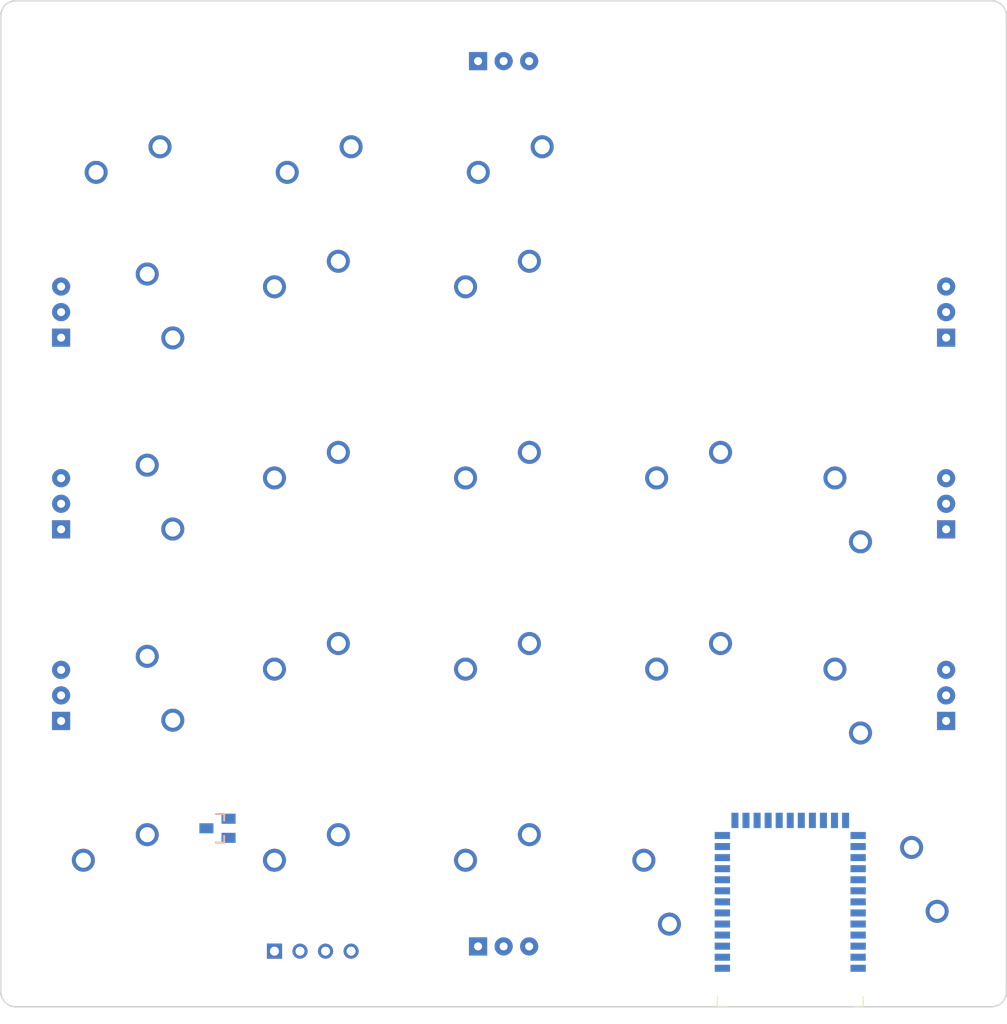
<source format=kicad_pcb>
(kicad_pcb (version 20171130) (host pcbnew 5.1.6)
  (title_block (title ortho-tb-board) (rev v1.0.0) (company Unknown))
  (layers (0 F.Cu signal) (31 B.Cu signal) (34 B.Paste user) (35 F.Paste user) (36 B.SilkS user) (37 F.SilkS user) (38 B.Mask user) (39 F.Mask user) (44 Edge.Cuts user))
  (net 0 "")
  (net 1 "GND")
  (net 2 "m_c1_r1")
  (net 3 "m_c1_r2")
  (net 4 "m_c1_r3")
  (net 5 "m_c1_r4")
  (net 6 "m_c1_r5")
  (net 7 "m_c2_r1")
  (net 8 "m_c2_r2")
  (net 9 "m_c2_r3")
  (net 10 "m_c2_r4")
  (net 11 "m_c2_r5")
  (net 12 "m_c3_r1")
  (net 13 "m_c3_r2")
  (net 14 "m_c3_r3")
  (net 15 "m_c3_r4")
  (net 16 "m_c3_r5")
  (net 17 "m_c4_r1")
  (net 18 "m_c4_r2")
  (net 19 "m_c4_r3")
  (net 20 "m_c5_r1")
  (net 21 "m_c5_r2")
  (net 22 "m_c5_r3")
  (net 23 "DMIN")
  (net 24 "DPLUS")
  (net 25 "P006")
  (net 26 "P008")
  (net 27 "ECA")
  (net 28 "m_c5_r5")
  (net 29 "P011")
  (net 30 "P013")
  (net 31 "P014")
  (net 32 "P015")
  (net 33 "P016")
  (net 34 "P017")
  (net 35 "P020")
  (net 36 "m_c4_r4")
  (net 37 "P024")
  (net 38 "P025")
  (net 39 "P026")
  (net 40 "P027")
  (net 41 "m_c4_r5")
  (net 42 "m_c5_r4")
  (net 43 "P105")
  (net 44 "ECC")
  (net 45 "P107")
  (net 46 "P108")
  (net 47 "XTRA")
  (net 48 "P112")
  (net 49 "P114")
  (net 50 "SWDCLK")
  (net 51 "SWDIO")
  (net 52 "VBUS")
  (net 53 "VCC")
  (net 54 "GND_P")
  (module MX (layer F.Cu) (at 12.025 -12.025 0)
    (fp_text reference "S1" hide)
    (fp_text value "" hide)
    (pad "" np_thru_hole circle (at 0 0) (size 3.9878 3.9878) (drill 3.9878) (layers *.Cu *.Mask))
    (pad "" np_thru_hole circle (at 5.08 0) (size 1.7018 1.7018) (drill 1.7018) (layers *.Cu *.Mask))
    (pad "" np_thru_hole circle (at -5.08 0) (size 1.7018 1.7018) (drill 1.7018) (layers *.Cu *.Mask))
    (pad 1 thru_hole circle (at 2.54 -5.08) (size 2.286 2.286) (drill 1.4986) (layers *.Cu *.Mask) (net 1 "GND"))
    (pad 2 thru_hole circle (at -3.81 -2.54) (size 2.286 2.286) (drill 1.4986) (layers *.Cu *.Mask) (net 2 "m_c1_r1"))
  )
  (module MX (layer F.Cu) (at 12.025 -31.025 -90)
    (fp_text reference "S2" hide)
    (fp_text value "" hide)
    (pad "" np_thru_hole circle (at 0 0) (size 3.9878 3.9878) (drill 3.9878) (layers *.Cu *.Mask))
    (pad "" np_thru_hole circle (at 5.08 0) (size 1.7018 1.7018) (drill 1.7018) (layers *.Cu *.Mask))
    (pad "" np_thru_hole circle (at -5.08 0) (size 1.7018 1.7018) (drill 1.7018) (layers *.Cu *.Mask))
    (pad 1 thru_hole circle (at 2.54 -5.08) (size 2.286 2.286) (drill 1.4986) (layers *.Cu *.Mask) (net 1 "GND"))
    (pad 2 thru_hole circle (at -3.81 -2.54) (size 2.286 2.286) (drill 1.4986) (layers *.Cu *.Mask) (net 3 "m_c1_r2"))
  )
  (module MX (layer F.Cu) (at 12.025 -50.025 -90)
    (fp_text reference "S3" hide)
    (fp_text value "" hide)
    (pad "" np_thru_hole circle (at 0 0) (size 3.9878 3.9878) (drill 3.9878) (layers *.Cu *.Mask))
    (pad "" np_thru_hole circle (at 5.08 0) (size 1.7018 1.7018) (drill 1.7018) (layers *.Cu *.Mask))
    (pad "" np_thru_hole circle (at -5.08 0) (size 1.7018 1.7018) (drill 1.7018) (layers *.Cu *.Mask))
    (pad 1 thru_hole circle (at 2.54 -5.08) (size 2.286 2.286) (drill 1.4986) (layers *.Cu *.Mask) (net 1 "GND"))
    (pad 2 thru_hole circle (at -3.81 -2.54) (size 2.286 2.286) (drill 1.4986) (layers *.Cu *.Mask) (net 4 "m_c1_r3"))
  )
  (module MX (layer F.Cu) (at 12.025 -69.025 -90)
    (fp_text reference "S4" hide)
    (fp_text value "" hide)
    (pad "" np_thru_hole circle (at 0 0) (size 3.9878 3.9878) (drill 3.9878) (layers *.Cu *.Mask))
    (pad "" np_thru_hole circle (at 5.08 0) (size 1.7018 1.7018) (drill 1.7018) (layers *.Cu *.Mask))
    (pad "" np_thru_hole circle (at -5.08 0) (size 1.7018 1.7018) (drill 1.7018) (layers *.Cu *.Mask))
    (pad 1 thru_hole circle (at 2.54 -5.08) (size 2.286 2.286) (drill 1.4986) (layers *.Cu *.Mask) (net 1 "GND"))
    (pad 2 thru_hole circle (at -3.81 -2.54) (size 2.286 2.286) (drill 1.4986) (layers *.Cu *.Mask) (net 5 "m_c1_r4"))
  )
  (module MX (layer F.Cu) (at 12.025 -88.025 180)
    (fp_text reference "S5" hide)
    (fp_text value "" hide)
    (pad "" np_thru_hole circle (at 0 0) (size 3.9878 3.9878) (drill 3.9878) (layers *.Cu *.Mask))
    (pad "" np_thru_hole circle (at 5.08 0) (size 1.7018 1.7018) (drill 1.7018) (layers *.Cu *.Mask))
    (pad "" np_thru_hole circle (at -5.08 0) (size 1.7018 1.7018) (drill 1.7018) (layers *.Cu *.Mask))
    (pad 1 thru_hole circle (at 2.54 -5.08) (size 2.286 2.286) (drill 1.4986) (layers *.Cu *.Mask) (net 1 "GND"))
    (pad 2 thru_hole circle (at -3.81 -2.54) (size 2.286 2.286) (drill 1.4986) (layers *.Cu *.Mask) (net 6 "m_c1_r5"))
  )
  (module MX (layer F.Cu) (at 31.025 -12.025 0)
    (fp_text reference "S6" hide)
    (fp_text value "" hide)
    (pad "" np_thru_hole circle (at 0 0) (size 3.9878 3.9878) (drill 3.9878) (layers *.Cu *.Mask))
    (pad "" np_thru_hole circle (at 5.08 0) (size 1.7018 1.7018) (drill 1.7018) (layers *.Cu *.Mask))
    (pad "" np_thru_hole circle (at -5.08 0) (size 1.7018 1.7018) (drill 1.7018) (layers *.Cu *.Mask))
    (pad 1 thru_hole circle (at 2.54 -5.08) (size 2.286 2.286) (drill 1.4986) (layers *.Cu *.Mask) (net 1 "GND"))
    (pad 2 thru_hole circle (at -3.81 -2.54) (size 2.286 2.286) (drill 1.4986) (layers *.Cu *.Mask) (net 7 "m_c2_r1"))
  )
  (module MX (layer F.Cu) (at 31.025 -31.025 0)
    (fp_text reference "S7" hide)
    (fp_text value "" hide)
    (pad "" np_thru_hole circle (at 0 0) (size 3.9878 3.9878) (drill 3.9878) (layers *.Cu *.Mask))
    (pad "" np_thru_hole circle (at 5.08 0) (size 1.7018 1.7018) (drill 1.7018) (layers *.Cu *.Mask))
    (pad "" np_thru_hole circle (at -5.08 0) (size 1.7018 1.7018) (drill 1.7018) (layers *.Cu *.Mask))
    (pad 1 thru_hole circle (at 2.54 -5.08) (size 2.286 2.286) (drill 1.4986) (layers *.Cu *.Mask) (net 1 "GND"))
    (pad 2 thru_hole circle (at -3.81 -2.54) (size 2.286 2.286) (drill 1.4986) (layers *.Cu *.Mask) (net 8 "m_c2_r2"))
  )
  (module MX (layer F.Cu) (at 31.025 -50.025 0)
    (fp_text reference "S8" hide)
    (fp_text value "" hide)
    (pad "" np_thru_hole circle (at 0 0) (size 3.9878 3.9878) (drill 3.9878) (layers *.Cu *.Mask))
    (pad "" np_thru_hole circle (at 5.08 0) (size 1.7018 1.7018) (drill 1.7018) (layers *.Cu *.Mask))
    (pad "" np_thru_hole circle (at -5.08 0) (size 1.7018 1.7018) (drill 1.7018) (layers *.Cu *.Mask))
    (pad 1 thru_hole circle (at 2.54 -5.08) (size 2.286 2.286) (drill 1.4986) (layers *.Cu *.Mask) (net 1 "GND"))
    (pad 2 thru_hole circle (at -3.81 -2.54) (size 2.286 2.286) (drill 1.4986) (layers *.Cu *.Mask) (net 9 "m_c2_r3"))
  )
  (module MX (layer F.Cu) (at 31.025 -69.025 0)
    (fp_text reference "S9" hide)
    (fp_text value "" hide)
    (pad "" np_thru_hole circle (at 0 0) (size 3.9878 3.9878) (drill 3.9878) (layers *.Cu *.Mask))
    (pad "" np_thru_hole circle (at 5.08 0) (size 1.7018 1.7018) (drill 1.7018) (layers *.Cu *.Mask))
    (pad "" np_thru_hole circle (at -5.08 0) (size 1.7018 1.7018) (drill 1.7018) (layers *.Cu *.Mask))
    (pad 1 thru_hole circle (at 2.54 -5.08) (size 2.286 2.286) (drill 1.4986) (layers *.Cu *.Mask) (net 1 "GND"))
    (pad 2 thru_hole circle (at -3.81 -2.54) (size 2.286 2.286) (drill 1.4986) (layers *.Cu *.Mask) (net 10 "m_c2_r4"))
  )
  (module MX (layer F.Cu) (at 31.025 -88.025 180)
    (fp_text reference "S10" hide)
    (fp_text value "" hide)
    (pad "" np_thru_hole circle (at 0 0) (size 3.9878 3.9878) (drill 3.9878) (layers *.Cu *.Mask))
    (pad "" np_thru_hole circle (at 5.08 0) (size 1.7018 1.7018) (drill 1.7018) (layers *.Cu *.Mask))
    (pad "" np_thru_hole circle (at -5.08 0) (size 1.7018 1.7018) (drill 1.7018) (layers *.Cu *.Mask))
    (pad 1 thru_hole circle (at 2.54 -5.08) (size 2.286 2.286) (drill 1.4986) (layers *.Cu *.Mask) (net 1 "GND"))
    (pad 2 thru_hole circle (at -3.81 -2.54) (size 2.286 2.286) (drill 1.4986) (layers *.Cu *.Mask) (net 11 "m_c2_r5"))
  )
  (module MX (layer F.Cu) (at 50.025 -12.025 0)
    (fp_text reference "S11" hide)
    (fp_text value "" hide)
    (pad "" np_thru_hole circle (at 0 0) (size 3.9878 3.9878) (drill 3.9878) (layers *.Cu *.Mask))
    (pad "" np_thru_hole circle (at 5.08 0) (size 1.7018 1.7018) (drill 1.7018) (layers *.Cu *.Mask))
    (pad "" np_thru_hole circle (at -5.08 0) (size 1.7018 1.7018) (drill 1.7018) (layers *.Cu *.Mask))
    (pad 1 thru_hole circle (at 2.54 -5.08) (size 2.286 2.286) (drill 1.4986) (layers *.Cu *.Mask) (net 1 "GND"))
    (pad 2 thru_hole circle (at -3.81 -2.54) (size 2.286 2.286) (drill 1.4986) (layers *.Cu *.Mask) (net 12 "m_c3_r1"))
  )
  (module MX (layer F.Cu) (at 50.025 -31.025 0)
    (fp_text reference "S12" hide)
    (fp_text value "" hide)
    (pad "" np_thru_hole circle (at 0 0) (size 3.9878 3.9878) (drill 3.9878) (layers *.Cu *.Mask))
    (pad "" np_thru_hole circle (at 5.08 0) (size 1.7018 1.7018) (drill 1.7018) (layers *.Cu *.Mask))
    (pad "" np_thru_hole circle (at -5.08 0) (size 1.7018 1.7018) (drill 1.7018) (layers *.Cu *.Mask))
    (pad 1 thru_hole circle (at 2.54 -5.08) (size 2.286 2.286) (drill 1.4986) (layers *.Cu *.Mask) (net 1 "GND"))
    (pad 2 thru_hole circle (at -3.81 -2.54) (size 2.286 2.286) (drill 1.4986) (layers *.Cu *.Mask) (net 13 "m_c3_r2"))
  )
  (module MX (layer F.Cu) (at 50.025 -50.025 0)
    (fp_text reference "S13" hide)
    (fp_text value "" hide)
    (pad "" np_thru_hole circle (at 0 0) (size 3.9878 3.9878) (drill 3.9878) (layers *.Cu *.Mask))
    (pad "" np_thru_hole circle (at 5.08 0) (size 1.7018 1.7018) (drill 1.7018) (layers *.Cu *.Mask))
    (pad "" np_thru_hole circle (at -5.08 0) (size 1.7018 1.7018) (drill 1.7018) (layers *.Cu *.Mask))
    (pad 1 thru_hole circle (at 2.54 -5.08) (size 2.286 2.286) (drill 1.4986) (layers *.Cu *.Mask) (net 1 "GND"))
    (pad 2 thru_hole circle (at -3.81 -2.54) (size 2.286 2.286) (drill 1.4986) (layers *.Cu *.Mask) (net 14 "m_c3_r3"))
  )
  (module MX (layer F.Cu) (at 50.025 -69.025 0)
    (fp_text reference "S14" hide)
    (fp_text value "" hide)
    (pad "" np_thru_hole circle (at 0 0) (size 3.9878 3.9878) (drill 3.9878) (layers *.Cu *.Mask))
    (pad "" np_thru_hole circle (at 5.08 0) (size 1.7018 1.7018) (drill 1.7018) (layers *.Cu *.Mask))
    (pad "" np_thru_hole circle (at -5.08 0) (size 1.7018 1.7018) (drill 1.7018) (layers *.Cu *.Mask))
    (pad 1 thru_hole circle (at 2.54 -5.08) (size 2.286 2.286) (drill 1.4986) (layers *.Cu *.Mask) (net 1 "GND"))
    (pad 2 thru_hole circle (at -3.81 -2.54) (size 2.286 2.286) (drill 1.4986) (layers *.Cu *.Mask) (net 15 "m_c3_r4"))
  )
  (module MX (layer F.Cu) (at 50.025 -88.025 180)
    (fp_text reference "S15" hide)
    (fp_text value "" hide)
    (pad "" np_thru_hole circle (at 0 0) (size 3.9878 3.9878) (drill 3.9878) (layers *.Cu *.Mask))
    (pad "" np_thru_hole circle (at 5.08 0) (size 1.7018 1.7018) (drill 1.7018) (layers *.Cu *.Mask))
    (pad "" np_thru_hole circle (at -5.08 0) (size 1.7018 1.7018) (drill 1.7018) (layers *.Cu *.Mask))
    (pad 1 thru_hole circle (at 2.54 -5.08) (size 2.286 2.286) (drill 1.4986) (layers *.Cu *.Mask) (net 1 "GND"))
    (pad 2 thru_hole circle (at -3.81 -2.54) (size 2.286 2.286) (drill 1.4986) (layers *.Cu *.Mask) (net 16 "m_c3_r5"))
  )
  (module MX (layer F.Cu) (at 69.025 -12.025 90)
    (fp_text reference "S16" hide)
    (fp_text value "" hide)
    (pad "" np_thru_hole circle (at 0 0) (size 3.9878 3.9878) (drill 3.9878) (layers *.Cu *.Mask))
    (pad "" np_thru_hole circle (at 5.08 0) (size 1.7018 1.7018) (drill 1.7018) (layers *.Cu *.Mask))
    (pad "" np_thru_hole circle (at -5.08 0) (size 1.7018 1.7018) (drill 1.7018) (layers *.Cu *.Mask))
    (pad 1 thru_hole circle (at 2.54 -5.08) (size 2.286 2.286) (drill 1.4986) (layers *.Cu *.Mask) (net 1 "GND"))
    (pad 2 thru_hole circle (at -3.81 -2.54) (size 2.286 2.286) (drill 1.4986) (layers *.Cu *.Mask) (net 17 "m_c4_r1"))
  )
  (module MX (layer F.Cu) (at 69.025 -31.025 0)
    (fp_text reference "S17" hide)
    (fp_text value "" hide)
    (pad "" np_thru_hole circle (at 0 0) (size 3.9878 3.9878) (drill 3.9878) (layers *.Cu *.Mask))
    (pad "" np_thru_hole circle (at 5.08 0) (size 1.7018 1.7018) (drill 1.7018) (layers *.Cu *.Mask))
    (pad "" np_thru_hole circle (at -5.08 0) (size 1.7018 1.7018) (drill 1.7018) (layers *.Cu *.Mask))
    (pad 1 thru_hole circle (at 2.54 -5.08) (size 2.286 2.286) (drill 1.4986) (layers *.Cu *.Mask) (net 1 "GND"))
    (pad 2 thru_hole circle (at -3.81 -2.54) (size 2.286 2.286) (drill 1.4986) (layers *.Cu *.Mask) (net 18 "m_c4_r2"))
  )
  (module MX (layer F.Cu) (at 69.025 -50.025 0)
    (fp_text reference "S18" hide)
    (fp_text value "" hide)
    (pad "" np_thru_hole circle (at 0 0) (size 3.9878 3.9878) (drill 3.9878) (layers *.Cu *.Mask))
    (pad "" np_thru_hole circle (at 5.08 0) (size 1.7018 1.7018) (drill 1.7018) (layers *.Cu *.Mask))
    (pad "" np_thru_hole circle (at -5.08 0) (size 1.7018 1.7018) (drill 1.7018) (layers *.Cu *.Mask))
    (pad 1 thru_hole circle (at 2.54 -5.08) (size 2.286 2.286) (drill 1.4986) (layers *.Cu *.Mask) (net 1 "GND"))
    (pad 2 thru_hole circle (at -3.81 -2.54) (size 2.286 2.286) (drill 1.4986) (layers *.Cu *.Mask) (net 19 "m_c4_r3"))
  )
  (module MX (layer F.Cu) (at 88.025 -12.025 -90)
    (fp_text reference "S19" hide)
    (fp_text value "" hide)
    (pad "" np_thru_hole circle (at 0 0) (size 3.9878 3.9878) (drill 3.9878) (layers *.Cu *.Mask))
    (pad "" np_thru_hole circle (at 5.08 0) (size 1.7018 1.7018) (drill 1.7018) (layers *.Cu *.Mask))
    (pad "" np_thru_hole circle (at -5.08 0) (size 1.7018 1.7018) (drill 1.7018) (layers *.Cu *.Mask))
    (pad 1 thru_hole circle (at 2.54 -5.08) (size 2.286 2.286) (drill 1.4986) (layers *.Cu *.Mask) (net 1 "GND"))
    (pad 2 thru_hole circle (at -3.81 -2.54) (size 2.286 2.286) (drill 1.4986) (layers *.Cu *.Mask) (net 20 "m_c5_r1"))
  )
  (module MX (layer F.Cu) (at 88.025 -31.025 90)
    (fp_text reference "S20" hide)
    (fp_text value "" hide)
    (pad "" np_thru_hole circle (at 0 0) (size 3.9878 3.9878) (drill 3.9878) (layers *.Cu *.Mask))
    (pad "" np_thru_hole circle (at 5.08 0) (size 1.7018 1.7018) (drill 1.7018) (layers *.Cu *.Mask))
    (pad "" np_thru_hole circle (at -5.08 0) (size 1.7018 1.7018) (drill 1.7018) (layers *.Cu *.Mask))
    (pad 1 thru_hole circle (at 2.54 -5.08) (size 2.286 2.286) (drill 1.4986) (layers *.Cu *.Mask) (net 1 "GND"))
    (pad 2 thru_hole circle (at -3.81 -2.54) (size 2.286 2.286) (drill 1.4986) (layers *.Cu *.Mask) (net 21 "m_c5_r2"))
  )
  (module MX (layer F.Cu) (at 88.025 -50.025 90)
    (fp_text reference "S21" hide)
    (fp_text value "" hide)
    (pad "" np_thru_hole circle (at 0 0) (size 3.9878 3.9878) (drill 3.9878) (layers *.Cu *.Mask))
    (pad "" np_thru_hole circle (at 5.08 0) (size 1.7018 1.7018) (drill 1.7018) (layers *.Cu *.Mask))
    (pad "" np_thru_hole circle (at -5.08 0) (size 1.7018 1.7018) (drill 1.7018) (layers *.Cu *.Mask))
    (pad 1 thru_hole circle (at 2.54 -5.08) (size 2.286 2.286) (drill 1.4986) (layers *.Cu *.Mask) (net 1 "GND"))
    (pad 2 thru_hole circle (at -3.81 -2.54) (size 2.286 2.286) (drill 1.4986) (layers *.Cu *.Mask) (net 22 "m_c5_r3"))
  )
  (module nRF52840_holyiot_18010 (layer B.Cu) (at 78.5 -9.525 0)
    (fp_text value nRF52840_holyiot_18010)
    (pad 1 smd rect (at -6.75 5.7 0) (size 1.524 0.7) (layers B.Cu B.Paste B.Mask) (net 1 "GND"))
    (pad 2 smd rect (at -6.75 4.6 0) (size 1.524 0.7) (layers B.Cu B.Paste B.Mask) (net 47 "XTRA"))
    (pad 3 smd rect (at -6.75 3.5 0) (size 1.524 0.7) (layers B.Cu B.Paste B.Mask) (net 2 "m_c1_r1"))
    (pad 4 smd rect (at -6.75 2.4 0) (size 1.524 0.7) (layers B.Cu B.Paste B.Mask) (net 7 "m_c2_r1"))
    (pad 5 smd rect (at -6.75 1.3 0) (size 1.524 0.7) (layers B.Cu B.Paste B.Mask) (net 12 "m_c3_r1"))
    (pad 6 smd rect (at -6.75 0.2 0) (size 1.524 0.7) (layers B.Cu B.Paste B.Mask) (net 17 "m_c4_r1"))
    (pad 7 smd rect (at -6.75 -0.9 0) (size 1.524 0.7) (layers B.Cu B.Paste B.Mask) (net 3 "m_c1_r2"))
    (pad 8 smd rect (at -6.75 -2 0) (size 1.524 0.7) (layers B.Cu B.Paste B.Mask) (net 4 "m_c1_r3"))
    (pad 9 smd rect (at -6.75 -3.1 0) (size 1.524 0.7) (layers B.Cu B.Paste B.Mask) (net 5 "m_c1_r4"))
    (pad 10 smd rect (at -6.75 -4.2 0) (size 1.524 0.7) (layers B.Cu B.Paste B.Mask) (net 6 "m_c1_r5"))
    (pad 11 smd rect (at -6.75 -5.3 0) (size 1.524 0.7) (layers B.Cu B.Paste B.Mask) (net 8 "m_c2_r2"))
    (pad 12 smd rect (at -6.75 -6.4 0) (size 1.524 0.7) (layers B.Cu B.Paste B.Mask) (net 9 "m_c2_r3"))
    (pad 13 smd rect (at -6.75 -7.5 0) (size 1.524 0.7) (layers B.Cu B.Paste B.Mask) (net 10 "m_c2_r4"))
    (pad 14 smd rect (at -5.5 -9 90) (size 1.524 0.7) (layers B.Cu B.Paste B.Mask) (net 53 "VCC"))
    (pad 15 smd rect (at -4.4 -9 90) (size 1.524 0.7) (layers B.Cu B.Paste B.Mask) (net 11 "m_c2_r5"))
    (pad 16 smd rect (at -3.3 -9 90) (size 1.524 0.7) (layers B.Cu B.Paste B.Mask) (net 13 "m_c3_r2"))
    (pad 17 smd rect (at -2.2 -9 90) (size 1.524 0.7) (layers B.Cu B.Paste B.Mask) (net 14 "m_c3_r3"))
    (pad 18 smd rect (at -1.1 -9 90) (size 1.524 0.7) (layers B.Cu B.Paste B.Mask) (net 15 "m_c3_r4"))
    (pad 19 smd rect (at 0 -9 90) (size 1.524 0.7) (layers B.Cu B.Paste B.Mask) (net 16 "m_c3_r5"))
    (pad 20 smd rect (at 1.1 -9 90) (size 1.524 0.7) (layers B.Cu B.Paste B.Mask) (net 18 "m_c4_r2"))
    (pad 21 smd rect (at 2.2 -9 90) (size 1.524 0.7) (layers B.Cu B.Paste B.Mask) (net 19 "m_c4_r3"))
    (pad 22 smd rect (at 3.3 -9 90) (size 1.524 0.7) (layers B.Cu B.Paste B.Mask) (net 52 "VBUS"))
    (pad 23 smd rect (at 4.4 -9 90) (size 1.524 0.7) (layers B.Cu B.Paste B.Mask) (net 23 "DMIN"))
    (pad 24 smd rect (at 5.5 -9 90) (size 1.524 0.7) (layers B.Cu B.Paste B.Mask) (net 24 "DPLUS"))
    (pad 25 smd rect (at 6.75 -7.5 180) (size 1.524 0.7) (layers B.Cu B.Paste B.Mask) (net 1 "GND"))
    (pad 26 smd rect (at 6.75 -6.4 180) (size 1.524 0.7) (layers B.Cu B.Paste B.Mask) (net 36 "m_c4_r4"))
    (pad 27 smd rect (at 6.75 -5.3 180) (size 1.524 0.7) (layers B.Cu B.Paste B.Mask) (net 41 "m_c4_r5"))
    (pad 28 smd rect (at 6.75 -4.2 180) (size 1.524 0.7) (layers B.Cu B.Paste B.Mask) (net 20 "m_c5_r1"))
    (pad 29 smd rect (at 6.75 -3.1 180) (size 1.524 0.7) (layers B.Cu B.Paste B.Mask) (net 21 "m_c5_r2"))
    (pad 30 smd rect (at 6.75 -2 180) (size 1.524 0.7) (layers B.Cu B.Paste B.Mask) (net 22 "m_c5_r3"))
    (pad 31 smd rect (at 6.75 -0.9 180) (size 1.524 0.7) (layers B.Cu B.Paste B.Mask) (net 50 "SWDCLK"))
    (pad 32 smd rect (at 6.75 0.2 180) (size 1.524 0.7) (layers B.Cu B.Paste B.Mask) (net 51 "SWDIO"))
    (pad 33 smd rect (at 6.75 1.3 180) (size 1.524 0.7) (layers B.Cu B.Paste B.Mask) (net 42 "m_c5_r4"))
    (pad 34 smd rect (at 6.75 2.4 180) (size 1.524 0.7) (layers B.Cu B.Paste B.Mask) (net 44 "ECC"))
    (pad 35 smd rect (at 6.75 3.5 180) (size 1.524 0.7) (layers B.Cu B.Paste B.Mask) (net 27 "ECA"))
    (pad 36 smd rect (at 6.75 4.6 180) (size 1.524 0.7) (layers B.Cu B.Paste B.Mask) (net 28 "m_c5_r5"))
    (pad 37 smd rect (at 6.75 5.7 180) (size 1.524 0.7) (layers B.Cu B.Paste B.Mask) (net 1 "GND"))
    (fp_line (start -7.25 8.5) (end -7.25 9.5) (layer F.SilkS) (width 0.12))
    (fp_line (start 7.25 8.5) (end 7.25 9.5) (layer F.SilkS) (width 0.12))
    (fp_line (start 6.25 9.5) (end 7.25 9.5) (layer F.SilkS) (width 0.12))
    (fp_line (start -6.25 9.5) (end -7.25 9.5) (layer F.SilkS) (width 0.12))
  )
  (module magnetic_connector (layer B.Cu) (at 6 -50 180)
    (pad "1" thru_hole rect (at 0 -2.54 180) (size 1.8 1.8) (drill 0.8) (layers *.Cu *.Mask) (net 54 "GND_P"))
    (pad "2" thru_hole oval (at 0 0 180) (size 1.8 1.8) (drill 0.8) (layers *.Cu *.Mask) (net 53 "VCC"))
    (pad "3" thru_hole oval (at 0 2.54 180) (size 1.8 1.8) (drill 0.8) (layers *.Cu *.Mask) (net 47 "XTRA"))
  )
  (module magnetic_connector (layer B.Cu) (at 6 -69.05 180)
    (pad "1" thru_hole rect (at 0 -2.54 180) (size 1.8 1.8) (drill 0.8) (layers *.Cu *.Mask) (net 54 "GND_P"))
    (pad "2" thru_hole oval (at 0 0 180) (size 1.8 1.8) (drill 0.8) (layers *.Cu *.Mask) (net 53 "VCC"))
    (pad "3" thru_hole oval (at 0 2.54 180) (size 1.8 1.8) (drill 0.8) (layers *.Cu *.Mask) (net 47 "XTRA"))
  )
  (module magnetic_connector (layer B.Cu) (at 6 -30.95 180)
    (pad "1" thru_hole rect (at 0 -2.54 180) (size 1.8 1.8) (drill 0.8) (layers *.Cu *.Mask) (net 54 "GND_P"))
    (pad "2" thru_hole oval (at 0 0 180) (size 1.8 1.8) (drill 0.8) (layers *.Cu *.Mask) (net 53 "VCC"))
    (pad "3" thru_hole oval (at 0 2.54 180) (size 1.8 1.8) (drill 0.8) (layers *.Cu *.Mask) (net 47 "XTRA"))
  )
  (module magnetic_connector (layer B.Cu) (at 94 -50 180)
    (pad "1" thru_hole rect (at 0 -2.54 180) (size 1.8 1.8) (drill 0.8) (layers *.Cu *.Mask) (net 54 "GND_P"))
    (pad "2" thru_hole oval (at 0 0 180) (size 1.8 1.8) (drill 0.8) (layers *.Cu *.Mask) (net 53 "VCC"))
    (pad "3" thru_hole oval (at 0 2.54 180) (size 1.8 1.8) (drill 0.8) (layers *.Cu *.Mask) (net 47 "XTRA"))
  )
  (module magnetic_connector (layer B.Cu) (at 94 -69.05 180)
    (pad "1" thru_hole rect (at 0 -2.54 180) (size 1.8 1.8) (drill 0.8) (layers *.Cu *.Mask) (net 54 "GND_P"))
    (pad "2" thru_hole oval (at 0 0 180) (size 1.8 1.8) (drill 0.8) (layers *.Cu *.Mask) (net 53 "VCC"))
    (pad "3" thru_hole oval (at 0 2.54 180) (size 1.8 1.8) (drill 0.8) (layers *.Cu *.Mask) (net 47 "XTRA"))
  )
  (module magnetic_connector (layer B.Cu) (at 94 -30.95 180)
    (pad "1" thru_hole rect (at 0 -2.54 180) (size 1.8 1.8) (drill 0.8) (layers *.Cu *.Mask) (net 54 "GND_P"))
    (pad "2" thru_hole oval (at 0 0 180) (size 1.8 1.8) (drill 0.8) (layers *.Cu *.Mask) (net 53 "VCC"))
    (pad "3" thru_hole oval (at 0 2.54 180) (size 1.8 1.8) (drill 0.8) (layers *.Cu *.Mask) (net 47 "XTRA"))
  )
  (module magnetic_connector (layer B.Cu) (at 50 -6 90)
    (pad "1" thru_hole rect (at 0 -2.54 90) (size 1.8 1.8) (drill 0.8) (layers *.Cu *.Mask) (net 54 "GND_P"))
    (pad "2" thru_hole oval (at 0 0 90) (size 1.8 1.8) (drill 0.8) (layers *.Cu *.Mask) (net 53 "VCC"))
    (pad "3" thru_hole oval (at 0 2.54 90) (size 1.8 1.8) (drill 0.8) (layers *.Cu *.Mask) (net 47 "XTRA"))
  )
  (module magnetic_connector (layer B.Cu) (at 50 -94 90)
    (pad "1" thru_hole rect (at 0 -2.54 90) (size 1.8 1.8) (drill 0.8) (layers *.Cu *.Mask) (net 54 "GND_P"))
    (pad "2" thru_hole oval (at 0 0 90) (size 1.8 1.8) (drill 0.8) (layers *.Cu *.Mask) (net 53 "VCC"))
    (pad "3" thru_hole oval (at 0 2.54 90) (size 1.8 1.8) (drill 0.8) (layers *.Cu *.Mask) (net 47 "XTRA"))
  )
  (module SOT23 (layer B.Cu) (at 21.55 -17.740000000000002 -90)
    (fp_text value SOT23)
    (pad 3 smd rect (at 0.0 1.1 -90) (size 1.0 1.4) (layers B.Cu B.Mask B.Paste) (net 54 "GND_P"))
    (pad 2 smd rect (at 0.95 -1.1 -90) (size 1.0 1.4) (layers B.Cu B.Mask B.Paste) (net 1 "GND"))
    (pad 1 smd rect (at -0.95 -1.1 -90) (size 1.0 1.4) (layers B.Cu B.Mask B.Paste) (net 53 "VCC"))
    (fp_line (start -1.4224 0.1524) (end -1.4224 -0.6604) (layer B.SilkS) (width 0.2032))
    (fp_line (start -1.4224 -0.6604) (end -0.7636 -0.6604) (layer B.SilkS) (width 0.2032))
    (fp_line (start 1.4224 -0.6604) (end 1.4224 0.1524) (layer B.SilkS) (width 0.2032))
    (fp_line (start 0.7636 -0.6604) (end 1.4224 -0.6604) (layer B.SilkS) (width 0.2032))
  )
  (module four_pin_header (layer F.Cu) (at 31.025 -5.525 90)
    (pad "1" thru_hole rect locked (at 0 -3.81 180) (size 1.5 1.5) (drill 0.9) (layers *.Cu *.Paste *.Mask) (net 53 "VCC"))
    (pad "2" thru_hole circle locked (at 0 -1.27 180) (size 1.5 1.5) (drill 0.9) (layers *.Cu *.Paste *.Mask) (net 54 "GND_P"))
    (pad "3" thru_hole circle locked (at 0 1.27 180) (size 1.5 1.5) (drill 0.9) (layers *.Cu *.Paste *.Mask) (net 51 "SWDIO"))
    (pad "4" thru_hole circle locked (at 0 3.81 180) (size 1.5 1.5) (drill 0.9) (layers *.Cu *.Paste *.Mask) (net 50 "SWDCLK"))
  )
  (footprint "MountingHole:MountingHole_2.2mm_M2" (layer "F.Cu") (at 2.5 -2.5 0)
    (pad "" np_thru_hole circle (at 0 0) (size 2.2 2.2) (drill 2.2) (layers *.Cu *.Mask))
  )
  (footprint "MountingHole:MountingHole_2.2mm_M2" (layer "F.Cu") (at 2.5 -97.5 0)
    (pad "" np_thru_hole circle (at 0 0) (size 2.2 2.2) (drill 2.2) (layers *.Cu *.Mask))
  )
  (footprint "MountingHole:MountingHole_2.2mm_M2" (layer "F.Cu") (at 97.5 -2.5 0)
    (pad "" np_thru_hole circle (at 0 0) (size 2.2 2.2) (drill 2.2) (layers *.Cu *.Mask))
  )
  (footprint "MountingHole:MountingHole_2.2mm_M2" (layer "F.Cu") (at 97.5 -97.5 0)
    (pad "" np_thru_hole circle (at 0 0) (size 2.2 2.2) (drill 2.2) (layers *.Cu *.Mask))
  )
  (footprint "MountingHole:MountingHole_3.2mm_M3" (layer "F.Cu") (at 81 -80 180)
    (pad "" np_thru_hole circle (at 20.35 0) (size 3.0 3.0) (drill 3.0) (layers *.Cu *.Mask))
    (pad "" np_thru_hole circle (at -10.175 17.6231) (size 3.0 3.0) (drill 3.0) (layers *.Cu *.Mask))
    (pad "" np_thru_hole circle (at -10.175 -17.6231) (size 3.0 3.0) (drill 3.0) (layers *.Cu *.Mask))
  )
  (footprint "MountingHole:MountingHole_3.2mm_M3" (layer "F.Cu") (at 81 -80 170)
    (pad "" np_thru_hole circle (at 19 0) (size 3.0 3.0) (drill 3.0) (layers *.Cu *.Mask))
    (pad "" np_thru_hole circle (at -9.5 16.454) (size 3.0 3.0) (drill 3.0) (layers *.Cu *.Mask))
    (pad "" np_thru_hole circle (at -9.5 -16.454) (size 3.0 3.0) (drill 3.0) (layers *.Cu *.Mask))
  )
  (footprint "MountingHole:MountingHole_3.2mm_M3" (layer "F.Cu") (at 81 -80 159)
    (pad "" np_thru_hole circle (at 18 0) (size 3.0 3.0) (drill 3.0) (layers *.Cu *.Mask))
    (pad "" np_thru_hole circle (at -9 15.588) (size 3.0 3.0) (drill 3.0) (layers *.Cu *.Mask))
    (pad "" np_thru_hole circle (at -9 -15.588) (size 3.0 3.0) (drill 3.0) (layers *.Cu *.Mask))
  )
  (footprint "MountingHole:MountingHole_3.2mm_M3" (layer "F.Cu") (at 81 -80 148)
    (pad "" np_thru_hole circle (at 17 0) (size 3.0 3.0) (drill 3.0) (layers *.Cu *.Mask))
    (pad "" np_thru_hole circle (at -8.5 14.722) (size 3.0 3.0) (drill 3.0) (layers *.Cu *.Mask))
    (pad "" np_thru_hole circle (at -8.5 -14.722) (size 3.0 3.0) (drill 3.0) (layers *.Cu *.Mask))
  )
  (footprint "MountingHole:MountingHole_3.2mm_M3" (layer "F.Cu") (at 81 -80 136)
    (pad "" np_thru_hole circle (at 16 0) (size 3.0 3.0) (drill 3.0) (layers *.Cu *.Mask))
    (pad "" np_thru_hole circle (at -8 13.856) (size 3.0 3.0) (drill 3.0) (layers *.Cu *.Mask))
    (pad "" np_thru_hole circle (at -8 -13.856) (size 3.0 3.0) (drill 3.0) (layers *.Cu *.Mask))
  )
  (gr_line (start 1.5 0) (end 98.5 0) (angle 90) (layer Edge.Cuts) (width 0.15))
  (gr_arc (start 98.5 -1.5) (end 98.5 0) (angle -90) (layer Edge.Cuts) (width 0.15))
  (gr_line (start 100 -1.5) (end 100 -98.5) (angle 90) (layer Edge.Cuts) (width 0.15))
  (gr_arc (start 98.5 -98.5) (end 100 -98.5) (angle -90) (layer Edge.Cuts) (width 0.15))
  (gr_line (start 98.5 -100) (end 1.5 -100) (angle 90) (layer Edge.Cuts) (width 0.15))
  (gr_arc (start 1.5 -98.5) (end 1.5 -100) (angle -90) (layer Edge.Cuts) (width 0.15))
  (gr_line (start 0 -98.5) (end 0 -1.5) (angle 90) (layer Edge.Cuts) (width 0.15))
  (gr_arc (start 1.5 -1.5) (end 0 -1.5) (angle -90) (layer Edge.Cuts) (width 0.15))
)
</source>
